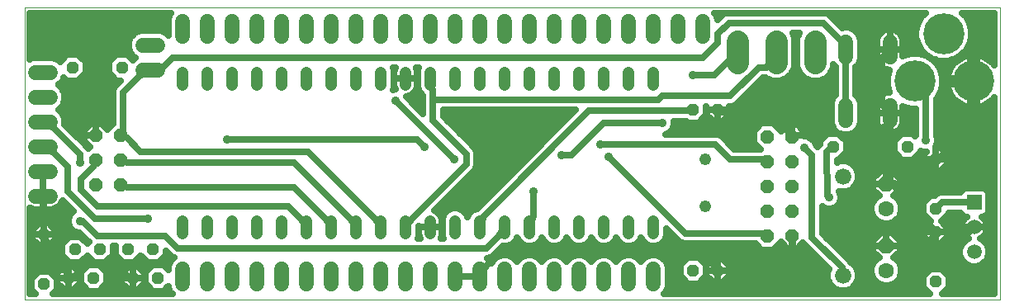
<source format=gbl>
G75*
G70*
%OFA0B0*%
%FSLAX24Y24*%
%IPPOS*%
%LPD*%
%AMOC8*
5,1,8,0,0,1.08239X$1,22.5*
%
%ADD10C,0.0000*%
%ADD11C,0.0480*%
%ADD12OC8,0.0480*%
%ADD13OC8,0.0540*%
%ADD14C,0.0600*%
%ADD15C,0.0480*%
%ADD16C,0.0660*%
%ADD17R,0.0591X0.0591*%
%ADD18C,0.0591*%
%ADD19OC8,0.0630*%
%ADD20C,0.0630*%
%ADD21C,0.0886*%
%ADD22C,0.1660*%
%ADD23C,0.0250*%
%ADD24C,0.0360*%
D10*
X001131Y001300D02*
X001131Y013111D01*
X040501Y013111D01*
X040501Y001300D01*
X001131Y001300D01*
D11*
X007525Y003985D02*
X007525Y004465D01*
X008525Y004465D02*
X008525Y003985D01*
X009525Y003985D02*
X009525Y004465D01*
X010525Y004465D02*
X010525Y003985D01*
X011525Y003985D02*
X011525Y004465D01*
X012525Y004465D02*
X012525Y003985D01*
X013525Y003985D02*
X013525Y004465D01*
X014525Y004465D02*
X014525Y003985D01*
X015525Y003985D02*
X015525Y004465D01*
X016525Y004465D02*
X016525Y003985D01*
X017525Y003985D02*
X017525Y004465D01*
X018525Y004465D02*
X018525Y003985D01*
X019525Y003985D02*
X019525Y004465D01*
X020525Y004465D02*
X020525Y003985D01*
X021525Y003985D02*
X021525Y004465D01*
X022525Y004465D02*
X022525Y003985D01*
X023525Y003985D02*
X023525Y004465D01*
X024525Y004465D02*
X024525Y003985D01*
X025525Y003985D02*
X025525Y004465D01*
X026525Y004465D02*
X026525Y003985D01*
X026525Y009985D02*
X026525Y010465D01*
X025525Y010465D02*
X025525Y009985D01*
X024525Y009985D02*
X024525Y010465D01*
X023525Y010465D02*
X023525Y009985D01*
X022525Y009985D02*
X022525Y010465D01*
X021525Y010465D02*
X021525Y009985D01*
X020525Y009985D02*
X020525Y010465D01*
X019525Y010465D02*
X019525Y009985D01*
X018525Y009985D02*
X018525Y010465D01*
X017525Y010465D02*
X017525Y009985D01*
X016525Y009985D02*
X016525Y010465D01*
X015525Y010465D02*
X015525Y009985D01*
X014525Y009985D02*
X014525Y010465D01*
X013525Y010465D02*
X013525Y009985D01*
X012525Y009985D02*
X012525Y010465D01*
X011525Y010465D02*
X011525Y009985D01*
X010525Y009985D02*
X010525Y010465D01*
X009525Y010465D02*
X009525Y009985D01*
X008525Y009985D02*
X008525Y010465D01*
X007525Y010465D02*
X007525Y009985D01*
D12*
X005075Y010675D03*
X003075Y010675D03*
X001925Y003925D03*
X003175Y003325D03*
X004175Y003325D03*
X005325Y003325D03*
X006325Y003325D03*
X006525Y002175D03*
X005525Y002175D03*
X003925Y002175D03*
X002925Y002175D03*
X001925Y001925D03*
X028125Y002475D03*
X029125Y002475D03*
X037925Y002025D03*
X037925Y004025D03*
X037925Y004975D03*
X037925Y006975D03*
X036775Y007475D03*
X033775Y007475D03*
X029125Y008975D03*
X028125Y008975D03*
D13*
X031125Y007875D03*
X032125Y007875D03*
X032125Y006875D03*
X031125Y006875D03*
X031125Y005875D03*
X032125Y005875D03*
X032125Y004875D03*
X031125Y004875D03*
X031125Y003875D03*
X032125Y003875D03*
X005025Y005925D03*
X004025Y005925D03*
X004025Y006925D03*
X005025Y006925D03*
X005025Y007925D03*
X004025Y007925D03*
D14*
X002175Y007475D02*
X001575Y007475D01*
X001575Y006475D02*
X002175Y006475D01*
X002175Y005475D02*
X001575Y005475D01*
X001575Y008475D02*
X002175Y008475D01*
X002175Y009475D02*
X001575Y009475D01*
X001575Y010475D02*
X002175Y010475D01*
X005925Y010575D02*
X006525Y010575D01*
X006525Y011575D02*
X005925Y011575D01*
X007525Y011925D02*
X007525Y012525D01*
X008525Y012525D02*
X008525Y011925D01*
X009525Y011925D02*
X009525Y012525D01*
X010525Y012525D02*
X010525Y011925D01*
X011525Y011925D02*
X011525Y012525D01*
X012525Y012525D02*
X012525Y011925D01*
X013525Y011925D02*
X013525Y012525D01*
X014525Y012525D02*
X014525Y011925D01*
X015525Y011925D02*
X015525Y012525D01*
X016525Y012525D02*
X016525Y011925D01*
X017525Y011925D02*
X017525Y012525D01*
X018525Y012525D02*
X018525Y011925D01*
X019525Y011925D02*
X019525Y012525D01*
X020525Y012525D02*
X020525Y011925D01*
X021525Y011925D02*
X021525Y012525D01*
X022525Y012525D02*
X022525Y011925D01*
X023525Y011925D02*
X023525Y012525D01*
X024525Y012525D02*
X024525Y011925D01*
X025525Y011925D02*
X025525Y012525D01*
X026525Y012525D02*
X026525Y011925D01*
X027525Y011925D02*
X027525Y012525D01*
X028525Y012525D02*
X028525Y011925D01*
X034285Y011705D02*
X034285Y011105D01*
X036065Y011105D02*
X036065Y011705D01*
X036065Y009145D02*
X036065Y008545D01*
X034285Y008545D02*
X034285Y009145D01*
X026525Y002525D02*
X026525Y001925D01*
X025525Y001925D02*
X025525Y002525D01*
X024525Y002525D02*
X024525Y001925D01*
X023525Y001925D02*
X023525Y002525D01*
X022525Y002525D02*
X022525Y001925D01*
X021525Y001925D02*
X021525Y002525D01*
X020525Y002525D02*
X020525Y001925D01*
X019525Y001925D02*
X019525Y002525D01*
X018525Y002525D02*
X018525Y001925D01*
X017525Y001925D02*
X017525Y002525D01*
X016525Y002525D02*
X016525Y001925D01*
X015525Y001925D02*
X015525Y002525D01*
X014525Y002525D02*
X014525Y001925D01*
X013525Y001925D02*
X013525Y002525D01*
X012525Y002525D02*
X012525Y001925D01*
X011525Y001925D02*
X011525Y002525D01*
X010525Y002525D02*
X010525Y001925D01*
X009525Y001925D02*
X009525Y002525D01*
X008525Y002525D02*
X008525Y001925D01*
X007525Y001925D02*
X007525Y002525D01*
D15*
X028625Y005075D03*
X028625Y006975D03*
D16*
X034175Y006275D03*
X034175Y002275D03*
D17*
X039475Y005225D03*
D18*
X039475Y004225D03*
X039475Y003225D03*
D19*
X035925Y003475D03*
X035925Y005975D03*
D20*
X035925Y004975D03*
X035925Y002475D03*
D21*
X033052Y010856D02*
X033052Y011742D01*
X031481Y011746D02*
X031481Y010860D01*
X029910Y010860D02*
X029910Y011746D01*
D22*
X037081Y010125D03*
X039444Y010125D03*
X038243Y012054D03*
D23*
X039312Y011737D02*
X040276Y011737D01*
X040276Y011985D02*
X039358Y011985D01*
X039358Y011907D02*
X039358Y012201D01*
X039282Y012484D01*
X039135Y012739D01*
X038988Y012886D01*
X040276Y012886D01*
X040276Y010773D01*
X040231Y010829D01*
X040148Y010913D01*
X040055Y010987D01*
X039955Y011050D01*
X039848Y011101D01*
X039736Y011140D01*
X039620Y011167D01*
X039569Y011173D01*
X039569Y010250D01*
X039319Y010250D01*
X039319Y011173D01*
X039267Y011167D01*
X039151Y011140D01*
X039039Y011101D01*
X038932Y011050D01*
X038832Y010987D01*
X038739Y010913D01*
X038656Y010829D01*
X038582Y010736D01*
X038519Y010636D01*
X038467Y010529D01*
X038428Y010418D01*
X038402Y010302D01*
X038396Y010250D01*
X039318Y010250D01*
X039318Y010000D01*
X038396Y010000D01*
X038402Y009948D01*
X038428Y009832D01*
X038467Y009721D01*
X038519Y009614D01*
X038582Y009514D01*
X038656Y009421D01*
X038739Y009337D01*
X038832Y009263D01*
X038932Y009200D01*
X039039Y009149D01*
X039151Y009110D01*
X039267Y009083D01*
X039319Y009077D01*
X039319Y010000D01*
X039569Y010000D01*
X039569Y009077D01*
X039620Y009083D01*
X039736Y009110D01*
X039848Y009149D01*
X039955Y009200D01*
X040055Y009263D01*
X040148Y009337D01*
X040231Y009421D01*
X040276Y009477D01*
X040276Y001525D01*
X038167Y001525D01*
X038450Y001808D01*
X038450Y002242D01*
X038142Y002550D01*
X037708Y002550D01*
X037400Y002242D01*
X037400Y001808D01*
X037683Y001525D01*
X026952Y001525D01*
X027021Y001594D01*
X027110Y001809D01*
X027110Y002641D01*
X027021Y002856D01*
X026856Y003021D01*
X026641Y003110D01*
X026409Y003110D01*
X026194Y003021D01*
X026029Y002856D01*
X026025Y002847D01*
X026021Y002856D01*
X025856Y003021D01*
X025641Y003110D01*
X025409Y003110D01*
X025194Y003021D01*
X025029Y002856D01*
X025025Y002847D01*
X025021Y002856D01*
X024856Y003021D01*
X024641Y003110D01*
X024409Y003110D01*
X024194Y003021D01*
X024029Y002856D01*
X024025Y002847D01*
X024021Y002856D01*
X023856Y003021D01*
X023641Y003110D01*
X023409Y003110D01*
X023194Y003021D01*
X023029Y002856D01*
X023025Y002847D01*
X023021Y002856D01*
X022856Y003021D01*
X022641Y003110D01*
X022409Y003110D01*
X022194Y003021D01*
X022029Y002856D01*
X022025Y002847D01*
X022021Y002856D01*
X021856Y003021D01*
X021641Y003110D01*
X021409Y003110D01*
X021194Y003021D01*
X021029Y002856D01*
X021025Y002847D01*
X021021Y002856D01*
X020856Y003021D01*
X020641Y003110D01*
X020409Y003110D01*
X020194Y003021D01*
X020029Y002856D01*
X019992Y002766D01*
X019974Y002800D01*
X019925Y002867D01*
X019867Y002925D01*
X019813Y002965D01*
X019857Y002965D01*
X020007Y003027D01*
X020440Y003460D01*
X020629Y003460D01*
X020822Y003540D01*
X020970Y003688D01*
X021025Y003820D01*
X021080Y003688D01*
X021228Y003540D01*
X021421Y003460D01*
X021629Y003460D01*
X021822Y003540D01*
X021970Y003688D01*
X022025Y003820D01*
X022080Y003688D01*
X022228Y003540D01*
X022421Y003460D01*
X022629Y003460D01*
X022822Y003540D01*
X022970Y003688D01*
X023025Y003820D01*
X023080Y003688D01*
X023228Y003540D01*
X023421Y003460D01*
X023629Y003460D01*
X023822Y003540D01*
X023970Y003688D01*
X024025Y003820D01*
X024080Y003688D01*
X024228Y003540D01*
X024421Y003460D01*
X024629Y003460D01*
X024822Y003540D01*
X024970Y003688D01*
X025025Y003820D01*
X025080Y003688D01*
X025228Y003540D01*
X025421Y003460D01*
X025629Y003460D01*
X025822Y003540D01*
X025970Y003688D01*
X026025Y003820D01*
X026080Y003688D01*
X026228Y003540D01*
X026421Y003460D01*
X026629Y003460D01*
X026822Y003540D01*
X026970Y003688D01*
X027050Y003881D01*
X027050Y004170D01*
X027593Y003627D01*
X027743Y003565D01*
X030650Y003565D01*
X030895Y003320D01*
X031355Y003320D01*
X031667Y003633D01*
X031920Y003380D01*
X032125Y003380D01*
X032330Y003380D01*
X032562Y003612D01*
X032577Y003574D01*
X032693Y003459D01*
X033617Y002534D01*
X033560Y002397D01*
X033560Y002153D01*
X033654Y001927D01*
X033827Y001754D01*
X034053Y001660D01*
X034297Y001660D01*
X034523Y001754D01*
X034696Y001927D01*
X034790Y002153D01*
X034790Y002397D01*
X034696Y002623D01*
X034523Y002796D01*
X034488Y002811D01*
X034479Y002832D01*
X034364Y002947D01*
X033335Y003976D01*
X033335Y005057D01*
X033362Y005031D01*
X033533Y004960D01*
X033717Y004960D01*
X033888Y005031D01*
X034019Y005162D01*
X034090Y005333D01*
X034090Y005517D01*
X034026Y005671D01*
X034053Y005660D01*
X034297Y005660D01*
X034523Y005754D01*
X034696Y005927D01*
X034790Y006153D01*
X034790Y006397D01*
X034696Y006623D01*
X034523Y006796D01*
X034297Y006890D01*
X034053Y006890D01*
X033937Y006842D01*
X033936Y006950D01*
X033992Y006950D01*
X034300Y007258D01*
X034300Y007692D01*
X033992Y008000D01*
X033558Y008000D01*
X033250Y007692D01*
X033250Y007580D01*
X033234Y007564D01*
X033177Y007507D01*
X033177Y007506D01*
X033161Y007469D01*
X033074Y007556D01*
X033019Y007688D01*
X032888Y007819D01*
X032717Y007890D01*
X032620Y007890D01*
X032620Y008080D01*
X032330Y008370D01*
X032125Y008370D01*
X032125Y007875D01*
X033150Y008100D01*
X033531Y008100D01*
X034206Y007925D01*
X035490Y007925D01*
X036065Y008500D01*
X036065Y008845D01*
X035731Y009179D01*
X035731Y011071D01*
X036065Y011405D01*
X036590Y011405D01*
X036590Y011746D01*
X036577Y011828D01*
X036552Y011907D01*
X036514Y011980D01*
X036465Y012047D01*
X036407Y012105D01*
X036340Y012154D01*
X036267Y012192D01*
X036188Y012217D01*
X036106Y012230D01*
X036065Y012230D01*
X036065Y011405D01*
X036065Y011405D01*
X036065Y011405D01*
X036590Y011405D01*
X036590Y011129D01*
X036651Y011164D01*
X036935Y011240D01*
X037228Y011240D01*
X037512Y011164D01*
X037766Y011017D01*
X037973Y010810D01*
X038120Y010555D01*
X038196Y010272D01*
X038196Y009978D01*
X038120Y009695D01*
X037973Y009440D01*
X037935Y009402D01*
X037935Y007950D01*
X037990Y007817D01*
X037990Y007633D01*
X037919Y007462D01*
X037898Y007440D01*
X037925Y007440D01*
X037925Y006975D01*
X038006Y006975D01*
X039431Y008400D01*
X039431Y010113D01*
X039444Y010125D01*
X039318Y010246D02*
X038196Y010246D01*
X038137Y010494D02*
X038455Y010494D01*
X038587Y010743D02*
X038012Y010743D01*
X038096Y010939D02*
X038389Y010939D01*
X038673Y011015D01*
X038927Y011162D01*
X039135Y011370D01*
X039282Y011624D01*
X039358Y011907D01*
X039349Y012234D02*
X040276Y012234D01*
X040276Y012482D02*
X039282Y012482D01*
X039139Y012731D02*
X040276Y012731D01*
X037498Y012886D02*
X037351Y012739D01*
X037204Y012484D01*
X037128Y012201D01*
X037128Y011907D01*
X037204Y011624D01*
X037351Y011370D01*
X037558Y011162D01*
X037812Y011015D01*
X038096Y010939D01*
X037901Y010991D02*
X037792Y010991D01*
X037480Y011240D02*
X037228Y011240D01*
X037282Y011488D02*
X036590Y011488D01*
X036590Y011240D02*
X036934Y011240D01*
X036065Y011405D02*
X036065Y012230D01*
X036024Y012230D01*
X035942Y012217D01*
X035863Y012192D01*
X035790Y012154D01*
X035723Y012105D01*
X035665Y012047D01*
X035616Y011980D01*
X035578Y011907D01*
X035553Y011828D01*
X035540Y011746D01*
X035540Y011405D01*
X036065Y011405D01*
X036065Y011405D01*
X035540Y011405D01*
X035540Y011064D01*
X035553Y010982D01*
X035578Y010903D01*
X035616Y010830D01*
X035665Y010763D01*
X035723Y010705D01*
X035790Y010656D01*
X035863Y010618D01*
X035942Y010593D01*
X036024Y010580D01*
X036057Y010580D01*
X036042Y010555D01*
X035966Y010272D01*
X035966Y009978D01*
X036042Y009695D01*
X036057Y009670D01*
X036024Y009670D01*
X035942Y009657D01*
X035863Y009632D01*
X035790Y009594D01*
X035723Y009545D01*
X035665Y009487D01*
X035616Y009420D01*
X035578Y009347D01*
X035553Y009268D01*
X035540Y009186D01*
X035540Y008845D01*
X036065Y008845D01*
X036590Y008845D01*
X036590Y009121D01*
X036651Y009086D01*
X036935Y009010D01*
X037115Y009010D01*
X037115Y007950D01*
X037094Y007899D01*
X036992Y008000D01*
X036558Y008000D01*
X036250Y007692D01*
X036250Y007258D01*
X036558Y006950D01*
X036992Y006950D01*
X037300Y007258D01*
X037300Y007315D01*
X037433Y007260D01*
X037552Y007260D01*
X037460Y007168D01*
X037460Y006975D01*
X037925Y006975D01*
X036925Y005975D01*
X036175Y005975D01*
X036175Y006005D01*
X036065Y006115D01*
X035925Y005975D01*
X036206Y005975D01*
X036231Y006000D01*
X035931Y006000D01*
X035925Y006021D02*
X035925Y006021D01*
X035925Y005975D02*
X035925Y006515D01*
X035925Y005975D01*
X035925Y005975D01*
X036465Y005975D01*
X036465Y006199D01*
X036149Y006515D01*
X035925Y006515D01*
X035701Y006515D01*
X035385Y006199D01*
X035385Y005975D01*
X035925Y005975D01*
X035925Y005975D01*
X035925Y005975D01*
X036465Y005975D01*
X036465Y005751D01*
X036217Y005503D01*
X036265Y005484D01*
X036434Y005315D01*
X036525Y005094D01*
X036525Y004856D01*
X036434Y004635D01*
X036265Y004466D01*
X036044Y004375D01*
X035806Y004375D01*
X035585Y004466D01*
X035416Y004635D01*
X035325Y004856D01*
X035325Y005094D01*
X035416Y005315D01*
X035585Y005484D01*
X035633Y005503D01*
X035385Y005751D01*
X035385Y005975D01*
X035925Y005975D01*
X036065Y006115D02*
X036065Y008500D01*
X036065Y008506D02*
X036065Y008506D01*
X036065Y008258D02*
X036065Y008258D01*
X036267Y008058D02*
X036340Y008096D01*
X036407Y008145D01*
X036465Y008203D01*
X036514Y008270D01*
X036552Y008343D01*
X036577Y008422D01*
X036590Y008504D01*
X036590Y008845D01*
X036065Y008845D01*
X036065Y008845D01*
X036065Y008020D01*
X036106Y008020D01*
X036188Y008033D01*
X036267Y008058D01*
X036065Y008020D02*
X036065Y008845D01*
X036065Y008845D01*
X036065Y008845D01*
X035540Y008845D01*
X035540Y008504D01*
X035553Y008422D01*
X035578Y008343D01*
X035616Y008270D01*
X035665Y008203D01*
X035723Y008145D01*
X035790Y008096D01*
X035863Y008058D01*
X035942Y008033D01*
X036024Y008020D01*
X036065Y008020D01*
X036318Y007761D02*
X034232Y007761D01*
X034169Y007960D02*
X034401Y007960D01*
X034616Y008049D01*
X034781Y008214D01*
X034870Y008429D01*
X034870Y009261D01*
X034781Y009476D01*
X034695Y009562D01*
X034695Y010688D01*
X034781Y010774D01*
X034870Y010989D01*
X034870Y011821D01*
X034781Y012036D01*
X034616Y012201D01*
X034401Y012290D01*
X034169Y012290D01*
X034148Y012282D01*
X033723Y012707D01*
X033607Y012823D01*
X033457Y012885D01*
X029493Y012885D01*
X029343Y012823D01*
X029110Y012590D01*
X029110Y012641D01*
X029021Y012856D01*
X028991Y012886D01*
X037498Y012886D01*
X037346Y012731D02*
X033699Y012731D01*
X033948Y012482D02*
X037203Y012482D01*
X037137Y012234D02*
X034537Y012234D01*
X034802Y011985D02*
X035620Y011985D01*
X036065Y011985D02*
X036065Y011985D01*
X036510Y011985D02*
X037128Y011985D01*
X037173Y011737D02*
X036590Y011737D01*
X036065Y011737D02*
X036065Y011737D01*
X036065Y011488D02*
X036065Y011488D01*
X035540Y011488D02*
X034870Y011488D01*
X034870Y011240D02*
X035540Y011240D01*
X035551Y010991D02*
X034870Y010991D01*
X034750Y010743D02*
X035685Y010743D01*
X036026Y010494D02*
X034695Y010494D01*
X034695Y010246D02*
X035966Y010246D01*
X035966Y009997D02*
X034695Y009997D01*
X033875Y009997D02*
X030677Y009997D01*
X030429Y009749D02*
X033875Y009749D01*
X033875Y009562D02*
X033789Y009476D01*
X033700Y009261D01*
X033700Y008429D01*
X033789Y008214D01*
X033954Y008049D01*
X034169Y007960D01*
X034050Y008009D02*
X032620Y008009D01*
X032442Y008258D02*
X033771Y008258D01*
X033700Y008506D02*
X028399Y008506D01*
X028342Y008450D02*
X028650Y008758D01*
X028650Y009115D01*
X028660Y009115D01*
X028660Y008975D01*
X029125Y008975D01*
X029275Y008875D01*
X031175Y008875D01*
X032075Y007975D01*
X032125Y007875D01*
X032125Y007875D01*
X032125Y008370D01*
X031920Y008370D01*
X031667Y008117D01*
X031355Y008430D01*
X030895Y008430D01*
X030570Y008105D01*
X030570Y007645D01*
X030830Y007385D01*
X029795Y007385D01*
X029373Y007807D01*
X029257Y007923D01*
X029107Y007985D01*
X027028Y007985D01*
X027138Y008031D01*
X027269Y008162D01*
X027340Y008333D01*
X027340Y008515D01*
X027843Y008515D01*
X027908Y008450D01*
X028342Y008450D01*
X028660Y008782D02*
X028932Y008510D01*
X029125Y008510D01*
X029318Y008510D01*
X029590Y008782D01*
X029590Y008975D01*
X029590Y009115D01*
X029707Y009115D01*
X029857Y009177D01*
X029973Y009293D01*
X030945Y010265D01*
X031038Y010265D01*
X031048Y010263D01*
X031069Y010243D01*
X031336Y010132D01*
X031626Y010132D01*
X031893Y010243D01*
X032098Y010448D01*
X032209Y010715D01*
X032209Y011891D01*
X032137Y012065D01*
X032398Y012065D01*
X032324Y011887D01*
X032324Y010711D01*
X032435Y010444D01*
X032639Y010239D01*
X032907Y010128D01*
X033197Y010128D01*
X033464Y010239D01*
X033669Y010444D01*
X033780Y010711D01*
X033780Y010796D01*
X033789Y010774D01*
X033875Y010688D01*
X033875Y009562D01*
X033813Y009500D02*
X030180Y009500D01*
X029973Y009293D02*
X029973Y009293D01*
X029932Y009252D02*
X033700Y009252D01*
X033700Y009003D02*
X029590Y009003D01*
X029590Y008975D02*
X029125Y008975D01*
X029125Y008975D01*
X029590Y008975D01*
X029562Y008755D02*
X033700Y008755D01*
X034285Y008845D02*
X034285Y011405D01*
X034225Y011765D01*
X034125Y011725D01*
X033375Y012475D01*
X029575Y012475D01*
X029125Y012025D01*
X029125Y011675D01*
X028525Y011075D01*
X007125Y011075D01*
X006775Y010725D01*
X006225Y010575D01*
X005775Y010325D01*
X005125Y009675D01*
X005125Y008175D01*
X005025Y007925D01*
X005275Y007825D01*
X005825Y007275D01*
X012575Y007275D01*
X015275Y004575D01*
X015525Y004225D01*
X016525Y004225D02*
X016775Y004575D01*
X018975Y006775D01*
X018975Y007175D01*
X017625Y008525D01*
X017625Y009375D01*
X026725Y009375D01*
X026875Y009525D01*
X029625Y009525D01*
X030775Y010675D01*
X031075Y010675D01*
X031481Y011303D01*
X032209Y011240D02*
X032324Y011240D01*
X032324Y011488D02*
X032209Y011488D01*
X032209Y011737D02*
X032324Y011737D01*
X032365Y011985D02*
X032170Y011985D01*
X029910Y011303D02*
X028982Y010375D01*
X028125Y010375D01*
X030926Y010246D02*
X031066Y010246D01*
X031896Y010246D02*
X032633Y010246D01*
X032414Y010494D02*
X032117Y010494D01*
X032209Y010743D02*
X032324Y010743D01*
X032324Y010991D02*
X032209Y010991D01*
X033780Y010743D02*
X033820Y010743D01*
X033875Y010494D02*
X033690Y010494D01*
X033875Y010246D02*
X033471Y010246D01*
X034695Y009749D02*
X036028Y009749D01*
X035678Y009500D02*
X034757Y009500D01*
X034870Y009252D02*
X035550Y009252D01*
X035540Y009003D02*
X034870Y009003D01*
X034870Y008755D02*
X035540Y008755D01*
X035540Y008506D02*
X034870Y008506D01*
X034799Y008258D02*
X035625Y008258D01*
X036505Y008258D02*
X037115Y008258D01*
X037115Y008506D02*
X036590Y008506D01*
X036590Y008755D02*
X037115Y008755D01*
X037115Y009003D02*
X036590Y009003D01*
X036065Y008755D02*
X036065Y008755D01*
X037935Y008755D02*
X040276Y008755D01*
X040276Y009003D02*
X037935Y009003D01*
X037935Y009252D02*
X038850Y009252D01*
X038592Y009500D02*
X038008Y009500D01*
X038135Y009749D02*
X038457Y009749D01*
X038396Y009997D02*
X038196Y009997D01*
X037525Y009681D02*
X037081Y010125D01*
X037525Y009681D02*
X037525Y007725D01*
X037990Y007761D02*
X040276Y007761D01*
X040276Y008009D02*
X037935Y008009D01*
X037935Y008258D02*
X040276Y008258D01*
X040276Y008506D02*
X037935Y008506D01*
X037115Y008009D02*
X034520Y008009D01*
X033318Y007761D02*
X032947Y007761D01*
X033118Y007512D02*
X033182Y007512D01*
X033177Y007507D02*
X033177Y007507D01*
X033525Y007275D02*
X033775Y007525D01*
X033775Y007475D01*
X033525Y007275D02*
X033531Y005500D01*
X033606Y005425D01*
X033625Y005425D01*
X034067Y005276D02*
X035400Y005276D01*
X035612Y005524D02*
X034087Y005524D01*
X034543Y005773D02*
X035385Y005773D01*
X035385Y006021D02*
X034736Y006021D01*
X034790Y006270D02*
X035456Y006270D01*
X035925Y006270D02*
X035925Y006270D01*
X036394Y006270D02*
X040276Y006270D01*
X040276Y006518D02*
X038126Y006518D01*
X038118Y006510D02*
X038390Y006782D01*
X038390Y006975D01*
X038390Y007168D01*
X038118Y007440D01*
X037925Y007440D01*
X037925Y006975D01*
X037925Y006975D01*
X038390Y006975D01*
X037925Y006975D01*
X037925Y006975D01*
X037925Y006510D01*
X038118Y006510D01*
X037925Y006510D02*
X037925Y006975D01*
X037925Y006975D01*
X037925Y006975D01*
X037460Y006975D01*
X037460Y006782D01*
X037732Y006510D01*
X037925Y006510D01*
X037925Y006518D02*
X037925Y006518D01*
X037724Y006518D02*
X034740Y006518D01*
X034553Y006767D02*
X037476Y006767D01*
X037925Y006767D02*
X037925Y006767D01*
X038374Y006767D02*
X040276Y006767D01*
X040276Y007015D02*
X038390Y007015D01*
X037925Y007015D02*
X037925Y007015D01*
X037460Y007015D02*
X037058Y007015D01*
X036492Y007015D02*
X034058Y007015D01*
X034300Y007264D02*
X036250Y007264D01*
X036250Y007512D02*
X034300Y007512D01*
X032925Y007125D02*
X032625Y007425D01*
X032925Y007125D02*
X032925Y003806D01*
X034131Y002600D01*
X034131Y002419D01*
X034175Y002275D01*
X033560Y002294D02*
X029590Y002294D01*
X029590Y002282D02*
X029590Y002475D01*
X029590Y002668D01*
X029318Y002940D01*
X029125Y002940D01*
X029125Y002475D01*
X031206Y002475D01*
X032131Y003400D01*
X032131Y003869D01*
X032125Y003875D01*
X032125Y003380D01*
X032125Y003875D01*
X032125Y003875D01*
X032125Y003785D02*
X032125Y003785D01*
X032125Y003536D02*
X032125Y003536D01*
X032131Y003400D02*
X033831Y001600D01*
X034531Y001600D01*
X034931Y002000D01*
X034931Y003000D01*
X035406Y003475D01*
X035925Y003475D01*
X037575Y003475D01*
X037925Y004025D01*
X036175Y005975D01*
X036465Y006021D02*
X040276Y006021D01*
X040276Y005773D02*
X039905Y005773D01*
X039932Y005762D02*
X039827Y005805D01*
X039123Y005805D01*
X039018Y005762D01*
X038938Y005682D01*
X038919Y005635D01*
X038093Y005635D01*
X037943Y005573D01*
X037870Y005500D01*
X037708Y005500D01*
X037400Y005192D01*
X037400Y004758D01*
X037700Y004458D01*
X037460Y004218D01*
X037460Y004025D01*
X037925Y004025D01*
X039275Y004025D01*
X039475Y004225D01*
X039995Y004225D01*
X039995Y004266D01*
X039982Y004347D01*
X039957Y004425D01*
X039920Y004498D01*
X039872Y004564D01*
X039814Y004622D01*
X039782Y004645D01*
X039827Y004645D01*
X039932Y004688D01*
X040012Y004768D01*
X040055Y004873D01*
X040055Y005577D01*
X040012Y005682D01*
X039932Y005762D01*
X040055Y005524D02*
X040276Y005524D01*
X040276Y005276D02*
X040055Y005276D01*
X039475Y005225D02*
X038175Y005225D01*
X037925Y004975D01*
X037400Y005027D02*
X036525Y005027D01*
X036493Y004779D02*
X037400Y004779D01*
X037627Y004530D02*
X036329Y004530D01*
X035521Y004530D02*
X033335Y004530D01*
X033335Y004282D02*
X037524Y004282D01*
X037460Y004033D02*
X033335Y004033D01*
X033526Y003785D02*
X035471Y003785D01*
X035385Y003699D02*
X035385Y003475D01*
X035925Y003475D01*
X035925Y003475D01*
X035925Y004015D01*
X036149Y004015D01*
X036465Y003699D01*
X036465Y003475D01*
X035925Y003475D01*
X035925Y003475D01*
X035925Y003475D01*
X035925Y004015D01*
X035701Y004015D01*
X035385Y003699D01*
X035925Y003785D02*
X035925Y003785D01*
X036379Y003785D02*
X037508Y003785D01*
X037460Y003832D02*
X037732Y003560D01*
X037925Y003560D01*
X038118Y003560D01*
X038390Y003832D01*
X038390Y004025D01*
X038390Y004218D01*
X038150Y004458D01*
X038450Y004758D01*
X038450Y004815D01*
X038919Y004815D01*
X038938Y004768D01*
X039018Y004688D01*
X039123Y004645D01*
X039168Y004645D01*
X039136Y004622D01*
X039078Y004564D01*
X039030Y004498D01*
X038993Y004425D01*
X038968Y004347D01*
X038955Y004266D01*
X038955Y004225D01*
X038955Y004184D01*
X038968Y004103D01*
X038993Y004025D01*
X039030Y003952D01*
X039078Y003886D01*
X039136Y003828D01*
X039202Y003780D01*
X039245Y003758D01*
X039146Y003717D01*
X038983Y003554D01*
X038895Y003340D01*
X038895Y003110D01*
X038983Y002896D01*
X039146Y002733D01*
X039360Y002645D01*
X039590Y002645D01*
X039804Y002733D01*
X039967Y002896D01*
X040055Y003110D01*
X040055Y003340D01*
X039967Y003554D01*
X039804Y003717D01*
X039705Y003758D01*
X039748Y003780D01*
X039814Y003828D01*
X039872Y003886D01*
X039920Y003952D01*
X039957Y004025D01*
X039982Y004103D01*
X039995Y004184D01*
X039995Y004225D01*
X039475Y004225D01*
X039475Y004225D01*
X039475Y004225D01*
X038955Y004225D01*
X039475Y004225D01*
X039993Y004282D02*
X040276Y004282D01*
X040276Y004530D02*
X039896Y004530D01*
X040016Y004779D02*
X040276Y004779D01*
X040276Y005027D02*
X040055Y005027D01*
X038934Y004779D02*
X038450Y004779D01*
X038223Y004530D02*
X039054Y004530D01*
X038957Y004282D02*
X038326Y004282D01*
X038390Y004033D02*
X038990Y004033D01*
X038390Y004025D02*
X037925Y004025D01*
X037925Y004025D01*
X038390Y004025D01*
X037925Y004025D02*
X037925Y003560D01*
X037925Y004025D01*
X037925Y004025D01*
X037925Y004025D01*
X037460Y004025D01*
X037460Y003832D01*
X037925Y003785D02*
X037925Y003785D01*
X038342Y003785D02*
X039196Y003785D01*
X039754Y003785D02*
X040276Y003785D01*
X040276Y004033D02*
X039960Y004033D01*
X039974Y003536D02*
X040276Y003536D01*
X040276Y003288D02*
X040055Y003288D01*
X040026Y003039D02*
X040276Y003039D01*
X040276Y002791D02*
X039861Y002791D01*
X040276Y002542D02*
X038150Y002542D01*
X038399Y002294D02*
X040276Y002294D01*
X040276Y002045D02*
X038450Y002045D01*
X038439Y001797D02*
X040276Y001797D01*
X040276Y001548D02*
X038191Y001548D01*
X037659Y001548D02*
X026976Y001548D01*
X027105Y001797D02*
X033783Y001797D01*
X033604Y002045D02*
X029353Y002045D01*
X029318Y002010D02*
X029590Y002282D01*
X029590Y002475D02*
X029125Y002475D01*
X029075Y002575D01*
X028525Y003125D01*
X020225Y003125D01*
X019775Y002675D01*
X019525Y002225D01*
X018525Y002225D01*
X019525Y002225D01*
X019525Y002225D01*
X019000Y002225D01*
X018525Y002225D01*
X018525Y002225D01*
X019979Y002791D02*
X020002Y002791D01*
X020019Y003039D02*
X020238Y003039D01*
X020812Y003039D02*
X021238Y003039D01*
X021812Y003039D02*
X022238Y003039D01*
X022812Y003039D02*
X023238Y003039D01*
X023812Y003039D02*
X024238Y003039D01*
X024812Y003039D02*
X025238Y003039D01*
X025812Y003039D02*
X026238Y003039D01*
X026812Y003039D02*
X033112Y003039D01*
X033360Y002791D02*
X029467Y002791D01*
X029125Y002791D02*
X029125Y002791D01*
X029125Y002940D02*
X028932Y002940D01*
X028660Y002668D01*
X028660Y002475D01*
X029125Y002475D01*
X029590Y002475D01*
X029590Y002542D02*
X033609Y002542D01*
X034529Y002791D02*
X035406Y002791D01*
X035416Y002815D02*
X035325Y002594D01*
X035325Y002356D01*
X035416Y002135D01*
X035585Y001966D01*
X035806Y001875D01*
X036044Y001875D01*
X036265Y001966D01*
X036434Y002135D01*
X036525Y002356D01*
X036525Y002594D01*
X036434Y002815D01*
X036265Y002984D01*
X036217Y003003D01*
X036465Y003251D01*
X036465Y003475D01*
X035925Y003475D01*
X035385Y003475D01*
X035385Y003251D01*
X035633Y003003D01*
X035585Y002984D01*
X035416Y002815D01*
X035325Y002542D02*
X034730Y002542D01*
X034790Y002294D02*
X035351Y002294D01*
X035506Y002045D02*
X034746Y002045D01*
X034567Y001797D02*
X037411Y001797D01*
X037400Y002045D02*
X036344Y002045D01*
X036499Y002294D02*
X037451Y002294D01*
X037700Y002542D02*
X036525Y002542D01*
X036444Y002791D02*
X039089Y002791D01*
X038924Y003039D02*
X036253Y003039D01*
X035597Y003039D02*
X034272Y003039D01*
X034023Y003288D02*
X035385Y003288D01*
X035385Y003536D02*
X033775Y003536D01*
X032863Y003288D02*
X020268Y003288D01*
X019775Y003375D02*
X020275Y003875D01*
X020525Y004225D01*
X019675Y004675D02*
X019525Y004225D01*
X019675Y004675D02*
X023925Y008925D01*
X027975Y008925D01*
X028125Y008975D01*
X028650Y009003D02*
X028660Y009003D01*
X028660Y008975D02*
X028660Y008782D01*
X028647Y008755D02*
X028688Y008755D01*
X029125Y008755D02*
X029125Y008755D01*
X029125Y008975D02*
X029125Y008510D01*
X029125Y008975D01*
X029125Y008975D01*
X029125Y008975D01*
X028660Y008975D01*
X027851Y008506D02*
X027340Y008506D01*
X027309Y008258D02*
X030723Y008258D01*
X030570Y008009D02*
X027087Y008009D01*
X026875Y008425D02*
X024525Y008425D01*
X023225Y007125D01*
X022825Y007125D01*
X021932Y007512D02*
X019218Y007512D01*
X019207Y007523D02*
X018035Y008695D01*
X018035Y008965D01*
X023385Y008965D01*
X019432Y005012D01*
X019419Y005005D01*
X019397Y004980D01*
X019228Y004910D01*
X019080Y004762D01*
X019025Y004630D01*
X018970Y004762D01*
X018822Y004910D01*
X018629Y004990D01*
X018421Y004990D01*
X018228Y004910D01*
X018080Y004762D01*
X018000Y004569D01*
X018000Y003881D01*
X018040Y003785D01*
X017945Y003785D01*
X017956Y003807D01*
X017979Y003876D01*
X017990Y003948D01*
X017990Y004225D01*
X017990Y004502D01*
X017979Y004574D01*
X017956Y004643D01*
X017923Y004709D01*
X017880Y004768D01*
X017828Y004820D01*
X017769Y004863D01*
X017703Y004896D01*
X017683Y004903D01*
X019323Y006543D01*
X019385Y006693D01*
X019385Y007257D01*
X019323Y007407D01*
X019207Y007523D01*
X019382Y007264D02*
X021684Y007264D01*
X021435Y007015D02*
X019385Y007015D01*
X019385Y006767D02*
X021187Y006767D01*
X020938Y006518D02*
X019298Y006518D01*
X019050Y006270D02*
X020690Y006270D01*
X020441Y006021D02*
X018801Y006021D01*
X018553Y005773D02*
X020193Y005773D01*
X019944Y005524D02*
X018304Y005524D01*
X018056Y005276D02*
X019696Y005276D01*
X019447Y005027D02*
X017807Y005027D01*
X017869Y004779D02*
X018096Y004779D01*
X018000Y004530D02*
X017985Y004530D01*
X017990Y004282D02*
X018000Y004282D01*
X017990Y004225D02*
X017525Y004225D01*
X017525Y004225D01*
X017990Y004225D01*
X017990Y004033D02*
X018000Y004033D01*
X017525Y004225D02*
X017060Y004225D01*
X017525Y004225D01*
X017525Y004225D01*
X017060Y004225D02*
X017060Y004269D01*
X017050Y004255D01*
X017050Y003881D01*
X017010Y003785D01*
X017105Y003785D01*
X017094Y003807D01*
X017071Y003876D01*
X017060Y003948D01*
X017060Y004225D01*
X017050Y004033D02*
X017060Y004033D01*
X018954Y004779D02*
X019096Y004779D01*
X021525Y004225D02*
X021675Y004675D01*
X021675Y005675D01*
X024725Y007075D02*
X027825Y003975D01*
X031075Y003975D01*
X031125Y003875D01*
X031571Y003536D02*
X031764Y003536D01*
X032486Y003536D02*
X032615Y003536D01*
X030679Y003536D02*
X026814Y003536D01*
X026236Y003536D02*
X025814Y003536D01*
X026010Y003785D02*
X026040Y003785D01*
X025236Y003536D02*
X024814Y003536D01*
X024236Y003536D02*
X023814Y003536D01*
X023236Y003536D02*
X022814Y003536D01*
X023010Y003785D02*
X023040Y003785D01*
X022236Y003536D02*
X021814Y003536D01*
X021236Y003536D02*
X020814Y003536D01*
X021010Y003785D02*
X021040Y003785D01*
X022010Y003785D02*
X022040Y003785D01*
X024010Y003785D02*
X024040Y003785D01*
X025010Y003785D02*
X025040Y003785D01*
X027010Y003785D02*
X027435Y003785D01*
X027187Y004033D02*
X027050Y004033D01*
X027908Y003000D02*
X027600Y002692D01*
X027600Y002258D01*
X027908Y001950D01*
X028342Y001950D01*
X028650Y002258D01*
X028650Y002692D01*
X028342Y003000D01*
X027908Y003000D01*
X027698Y002791D02*
X027048Y002791D01*
X027110Y002542D02*
X027600Y002542D01*
X027600Y002294D02*
X027110Y002294D01*
X027110Y002045D02*
X027812Y002045D01*
X028438Y002045D02*
X028897Y002045D01*
X028932Y002010D02*
X029125Y002010D01*
X029318Y002010D01*
X029125Y002010D02*
X029125Y002475D01*
X029125Y002475D01*
X029125Y002475D01*
X029125Y002475D01*
X029125Y002475D01*
X029125Y002940D01*
X028783Y002791D02*
X028552Y002791D01*
X028650Y002542D02*
X028660Y002542D01*
X028660Y002475D02*
X028660Y002282D01*
X028932Y002010D01*
X029125Y002010D02*
X029125Y002475D01*
X028660Y002475D01*
X028650Y002294D02*
X028660Y002294D01*
X029125Y002294D02*
X029125Y002294D01*
X029125Y002542D02*
X029125Y002542D01*
X029125Y002045D02*
X029125Y002045D01*
X035925Y003536D02*
X035925Y003536D01*
X036465Y003536D02*
X038976Y003536D01*
X038895Y003288D02*
X036465Y003288D01*
X035357Y004779D02*
X033335Y004779D01*
X033335Y005027D02*
X033370Y005027D01*
X033880Y005027D02*
X035325Y005027D01*
X036238Y005524D02*
X037894Y005524D01*
X037483Y005276D02*
X036450Y005276D01*
X036465Y005773D02*
X039045Y005773D01*
X038294Y007264D02*
X040276Y007264D01*
X040276Y007512D02*
X037940Y007512D01*
X037925Y007264D02*
X037925Y007264D01*
X037423Y007264D02*
X037300Y007264D01*
X032125Y008009D02*
X032125Y008009D01*
X032125Y008258D02*
X032125Y008258D01*
X031808Y008258D02*
X031527Y008258D01*
X030570Y007761D02*
X029419Y007761D01*
X029025Y007575D02*
X024375Y007575D01*
X022429Y008009D02*
X018721Y008009D01*
X018969Y007761D02*
X022181Y007761D01*
X022678Y008258D02*
X018472Y008258D01*
X018224Y008506D02*
X022926Y008506D01*
X023175Y008755D02*
X018035Y008755D01*
X017215Y008815D02*
X016574Y009456D01*
X016548Y009520D01*
X016562Y009520D01*
X016634Y009531D01*
X016703Y009554D01*
X016769Y009587D01*
X016828Y009630D01*
X016880Y009682D01*
X016923Y009741D01*
X016956Y009807D01*
X016979Y009876D01*
X016990Y009948D01*
X016990Y010225D01*
X016990Y010502D01*
X016979Y010574D01*
X016956Y010643D01*
X016945Y010665D01*
X017040Y010665D01*
X017000Y010569D01*
X017000Y009881D01*
X017080Y009688D01*
X017215Y009553D01*
X017215Y008815D01*
X017215Y009003D02*
X017027Y009003D01*
X017215Y009252D02*
X016778Y009252D01*
X016556Y009500D02*
X017215Y009500D01*
X017625Y009375D02*
X017625Y009725D01*
X017525Y010225D01*
X017000Y010246D02*
X016990Y010246D01*
X016990Y010225D02*
X016525Y010225D01*
X016525Y010225D01*
X016525Y010225D01*
X016060Y010225D01*
X016060Y010502D01*
X016071Y010574D01*
X016094Y010643D01*
X016105Y010665D01*
X016010Y010665D01*
X016050Y010569D01*
X016050Y009881D01*
X016008Y009780D01*
X016033Y009790D01*
X016102Y009790D01*
X016094Y009807D01*
X016071Y009876D01*
X016060Y009948D01*
X016060Y010225D01*
X016525Y010225D01*
X016990Y010225D01*
X016990Y010494D02*
X017000Y010494D01*
X016060Y010494D02*
X016050Y010494D01*
X016050Y010246D02*
X016060Y010246D01*
X016050Y009997D02*
X016060Y009997D01*
X016927Y009749D02*
X017055Y009749D01*
X017000Y009997D02*
X016990Y009997D01*
X016125Y009325D02*
X018475Y006975D01*
X017275Y007475D02*
X016975Y007775D01*
X009325Y007775D01*
X012025Y006825D02*
X014275Y004575D01*
X014525Y004225D01*
X013525Y004225D02*
X013275Y004575D01*
X012025Y005825D01*
X005275Y005825D01*
X005025Y005925D01*
X004075Y005075D02*
X003425Y005725D01*
X003425Y006175D01*
X003925Y006675D01*
X004025Y006925D01*
X003375Y006825D02*
X003375Y007175D01*
X002325Y008225D01*
X001875Y008475D01*
X002671Y008806D02*
X002760Y008591D01*
X002760Y008370D01*
X003607Y007523D01*
X003722Y007407D01*
X003783Y007467D01*
X003530Y007720D01*
X003530Y007925D01*
X004025Y007925D01*
X004025Y007925D01*
X004025Y008420D01*
X004230Y008420D01*
X004483Y008167D01*
X004715Y008400D01*
X004715Y009757D01*
X004777Y009907D01*
X005020Y010150D01*
X004858Y010150D01*
X004550Y010458D01*
X004550Y010892D01*
X004858Y011200D01*
X005292Y011200D01*
X005508Y010985D01*
X005594Y011071D01*
X005603Y011075D01*
X005594Y011079D01*
X005429Y011244D01*
X005340Y011459D01*
X005340Y011691D01*
X005429Y011906D01*
X005594Y012071D01*
X005809Y012160D01*
X006641Y012160D01*
X006856Y012071D01*
X006940Y011987D01*
X006940Y012641D01*
X007029Y012856D01*
X007059Y012886D01*
X001356Y012886D01*
X001356Y011018D01*
X001459Y011060D01*
X002291Y011060D01*
X002506Y010971D01*
X002567Y010910D01*
X002858Y011200D01*
X003292Y011200D01*
X003600Y010892D01*
X003600Y010458D01*
X003292Y010150D01*
X002858Y010150D01*
X002727Y010280D01*
X002671Y010144D01*
X002506Y009979D01*
X002497Y009975D01*
X002506Y009971D01*
X002671Y009806D01*
X002760Y009591D01*
X002760Y009359D01*
X002671Y009144D01*
X002506Y008979D01*
X002497Y008975D01*
X002506Y008971D01*
X002671Y008806D01*
X002692Y008755D02*
X004715Y008755D01*
X004715Y009003D02*
X002531Y009003D01*
X002716Y009252D02*
X004715Y009252D01*
X004715Y009500D02*
X002760Y009500D01*
X002695Y009749D02*
X004715Y009749D01*
X004867Y009997D02*
X002525Y009997D01*
X002713Y010246D02*
X002762Y010246D01*
X003388Y010246D02*
X004762Y010246D01*
X004550Y010494D02*
X003600Y010494D01*
X003600Y010743D02*
X004550Y010743D01*
X004649Y010991D02*
X003501Y010991D01*
X002649Y010991D02*
X002457Y010991D01*
X001356Y011240D02*
X005433Y011240D01*
X005340Y011488D02*
X001356Y011488D01*
X001356Y011737D02*
X005359Y011737D01*
X005508Y011985D02*
X001356Y011985D01*
X001356Y012234D02*
X006940Y012234D01*
X006940Y012482D02*
X001356Y012482D01*
X001356Y012731D02*
X006977Y012731D01*
X005514Y010991D02*
X005501Y010991D01*
X004715Y008506D02*
X002760Y008506D01*
X002872Y008258D02*
X003658Y008258D01*
X003530Y008130D02*
X003530Y007925D01*
X004025Y007925D01*
X004025Y007925D01*
X004025Y008420D01*
X003820Y008420D01*
X003530Y008130D01*
X003530Y008009D02*
X003121Y008009D01*
X003369Y007761D02*
X003530Y007761D01*
X003618Y007512D02*
X003738Y007512D01*
X002875Y006675D02*
X002325Y007225D01*
X001875Y007475D01*
X002875Y006675D02*
X002875Y005675D01*
X003975Y004575D01*
X006125Y004575D01*
X006825Y003875D02*
X004075Y003875D01*
X003475Y004475D01*
X003375Y004475D01*
X002952Y004282D02*
X002226Y004282D01*
X002118Y004390D02*
X001925Y004390D01*
X001925Y003925D01*
X002025Y003675D01*
X002825Y002875D01*
X002825Y002425D01*
X002925Y002175D01*
X003175Y002275D01*
X003625Y002725D01*
X004175Y002725D01*
X004625Y002275D01*
X005275Y002275D01*
X005525Y002175D01*
X005990Y002175D01*
X005990Y002368D01*
X005718Y002640D01*
X005525Y002640D01*
X005525Y002175D01*
X005525Y002175D01*
X005525Y002175D01*
X005990Y002175D01*
X005990Y001982D01*
X005718Y001710D01*
X005525Y001710D01*
X005525Y002175D01*
X005525Y002175D01*
X005525Y002175D01*
X005060Y002175D01*
X005060Y002368D01*
X005332Y002640D01*
X005525Y002640D01*
X005525Y002175D01*
X005525Y001710D01*
X005332Y001710D01*
X005060Y001982D01*
X005060Y002175D01*
X005525Y002175D01*
X005525Y002294D02*
X005525Y002294D01*
X005525Y002542D02*
X005525Y002542D01*
X005815Y002542D02*
X006150Y002542D01*
X006000Y002392D02*
X006000Y001958D01*
X006308Y001650D01*
X006742Y001650D01*
X006940Y001848D01*
X006940Y001809D01*
X007029Y001594D01*
X007098Y001525D01*
X002267Y001525D01*
X002450Y001708D01*
X002450Y002142D01*
X002142Y002450D01*
X001708Y002450D01*
X001400Y002142D01*
X001400Y001708D01*
X001583Y001525D01*
X001356Y001525D01*
X001356Y004997D01*
X001373Y004988D01*
X001452Y004963D01*
X001534Y004950D01*
X001875Y004950D01*
X002216Y004950D01*
X002298Y004963D01*
X002377Y004988D01*
X002450Y005026D01*
X002517Y005075D01*
X002575Y005133D01*
X002624Y005200D01*
X002662Y005273D01*
X002670Y005300D01*
X003106Y004864D01*
X002981Y004738D01*
X002910Y004567D01*
X002910Y004383D01*
X002981Y004212D01*
X003112Y004081D01*
X003283Y004010D01*
X003360Y004010D01*
X003727Y003643D01*
X003739Y003631D01*
X003675Y003567D01*
X003392Y003850D01*
X002958Y003850D01*
X002650Y003542D01*
X002650Y003108D01*
X002958Y002800D01*
X003392Y002800D01*
X003675Y003083D01*
X003958Y002800D01*
X004392Y002800D01*
X004700Y003108D01*
X004700Y003465D01*
X004800Y003465D01*
X004800Y003108D01*
X005108Y002800D01*
X005542Y002800D01*
X005825Y003083D01*
X006108Y002800D01*
X006542Y002800D01*
X006850Y003108D01*
X006850Y003270D01*
X006977Y003143D01*
X007093Y003027D01*
X007169Y002996D01*
X007029Y002856D01*
X006940Y002641D01*
X006940Y002502D01*
X006742Y002700D01*
X006308Y002700D01*
X006000Y002392D01*
X005990Y002294D02*
X006000Y002294D01*
X005990Y002045D02*
X006000Y002045D01*
X006161Y001797D02*
X005804Y001797D01*
X005525Y001797D02*
X005525Y001797D01*
X005246Y001797D02*
X004289Y001797D01*
X004142Y001650D02*
X004450Y001958D01*
X004450Y002392D01*
X004142Y002700D01*
X003708Y002700D01*
X003400Y002392D01*
X003400Y001958D01*
X003708Y001650D01*
X004142Y001650D01*
X003561Y001797D02*
X003204Y001797D01*
X003118Y001710D02*
X003390Y001982D01*
X003390Y002175D01*
X003390Y002368D01*
X003118Y002640D01*
X002925Y002640D01*
X002925Y002175D01*
X003390Y002175D01*
X002925Y002175D01*
X002925Y002175D01*
X002925Y002175D01*
X002925Y001710D01*
X003118Y001710D01*
X002925Y001710D02*
X002925Y002175D01*
X002925Y002175D01*
X002925Y002175D01*
X002460Y002175D01*
X002460Y002368D01*
X002732Y002640D01*
X002925Y002640D01*
X002925Y002175D01*
X002460Y002175D01*
X002460Y001982D01*
X002732Y001710D01*
X002925Y001710D01*
X002925Y001797D02*
X002925Y001797D01*
X002646Y001797D02*
X002450Y001797D01*
X002450Y002045D02*
X002460Y002045D01*
X002925Y002045D02*
X002925Y002045D01*
X003390Y002045D02*
X003400Y002045D01*
X003390Y002294D02*
X003400Y002294D01*
X003550Y002542D02*
X003215Y002542D01*
X002925Y002542D02*
X002925Y002542D01*
X002925Y002294D02*
X002925Y002294D01*
X002635Y002542D02*
X001356Y002542D01*
X001356Y002294D02*
X001551Y002294D01*
X001400Y002045D02*
X001356Y002045D01*
X001356Y001797D02*
X001400Y001797D01*
X001356Y001548D02*
X001559Y001548D01*
X002291Y001548D02*
X007074Y001548D01*
X006945Y001797D02*
X006889Y001797D01*
X005525Y002045D02*
X005525Y002045D01*
X005060Y002045D02*
X004450Y002045D01*
X004450Y002294D02*
X005060Y002294D01*
X005235Y002542D02*
X004300Y002542D01*
X004632Y003039D02*
X004868Y003039D01*
X004800Y003288D02*
X004700Y003288D01*
X003718Y003039D02*
X003632Y003039D01*
X002718Y003039D02*
X001356Y003039D01*
X001356Y002791D02*
X007002Y002791D01*
X006940Y002542D02*
X006900Y002542D01*
X006782Y003039D02*
X007081Y003039D01*
X007325Y003375D02*
X019775Y003375D01*
X012525Y004225D02*
X012275Y004575D01*
X011775Y005075D01*
X004075Y005075D01*
X003021Y004779D02*
X001356Y004779D01*
X001875Y004950D02*
X001875Y005475D01*
X001875Y006475D01*
X001875Y006000D01*
X001875Y005475D01*
X001925Y005225D01*
X001925Y003925D01*
X001925Y003925D01*
X002390Y003925D01*
X002390Y004118D01*
X002118Y004390D01*
X001925Y004390D02*
X001732Y004390D01*
X001460Y004118D01*
X001460Y003925D01*
X001925Y003925D01*
X001925Y003925D01*
X001925Y003925D01*
X001925Y004390D01*
X001925Y004282D02*
X001925Y004282D01*
X001624Y004282D02*
X001356Y004282D01*
X001356Y004530D02*
X002910Y004530D01*
X003226Y004033D02*
X002390Y004033D01*
X002390Y003925D02*
X001925Y003925D01*
X001925Y003460D01*
X002118Y003460D01*
X002390Y003732D01*
X002390Y003925D01*
X002390Y003785D02*
X002892Y003785D01*
X002650Y003536D02*
X002194Y003536D01*
X001925Y003536D02*
X001925Y003536D01*
X001925Y003460D02*
X001925Y003925D01*
X001925Y003925D01*
X001460Y003925D01*
X001460Y003732D01*
X001732Y003460D01*
X001925Y003460D01*
X001656Y003536D02*
X001356Y003536D01*
X001356Y003288D02*
X002650Y003288D01*
X001925Y003785D02*
X001925Y003785D01*
X001460Y003785D02*
X001356Y003785D01*
X001356Y004033D02*
X001460Y004033D01*
X001925Y004033D02*
X001925Y004033D01*
X003458Y003785D02*
X003585Y003785D01*
X005782Y003039D02*
X005868Y003039D01*
X006825Y003875D02*
X007325Y003375D01*
X002943Y005027D02*
X002452Y005027D01*
X001875Y005027D02*
X001875Y005027D01*
X001875Y004950D02*
X001875Y005475D01*
X001875Y005475D01*
X001875Y005475D01*
X001875Y006475D01*
X001875Y006475D01*
X001875Y006270D02*
X001875Y006270D01*
X001875Y006021D02*
X001875Y006021D01*
X001875Y005773D02*
X001875Y005773D01*
X001875Y005524D02*
X001875Y005524D01*
X001875Y005276D02*
X001875Y005276D01*
X002662Y005276D02*
X002694Y005276D01*
X005025Y006925D02*
X005275Y006825D01*
X012025Y006825D01*
X004573Y008258D02*
X004392Y008258D01*
X004025Y008258D02*
X004025Y008258D01*
X004025Y008009D02*
X004025Y008009D01*
X002460Y002294D02*
X002299Y002294D01*
X029025Y007575D02*
X029625Y006975D01*
X031075Y006975D01*
X031125Y006875D01*
X030703Y007512D02*
X029668Y007512D01*
X039319Y009252D02*
X039569Y009252D01*
X039569Y009500D02*
X039319Y009500D01*
X039319Y009749D02*
X039569Y009749D01*
X039569Y009997D02*
X039319Y009997D01*
X039319Y010494D02*
X039569Y010494D01*
X039569Y010743D02*
X039319Y010743D01*
X039319Y010991D02*
X039569Y010991D01*
X040048Y010991D02*
X040276Y010991D01*
X040276Y011240D02*
X039005Y011240D01*
X039203Y011488D02*
X040276Y011488D01*
X038839Y010991D02*
X038584Y010991D01*
X035540Y011737D02*
X034870Y011737D01*
X029251Y012731D02*
X029073Y012731D01*
X040037Y009252D02*
X040276Y009252D01*
D24*
X037525Y007725D03*
X032625Y007425D03*
X033625Y005425D03*
X026875Y008425D03*
X024375Y007575D03*
X022825Y007125D03*
X024725Y007075D03*
X021675Y005675D03*
X018475Y006975D03*
X017275Y007475D03*
X016125Y009325D03*
X009325Y007775D03*
X003375Y006825D03*
X006125Y004575D03*
X003375Y004475D03*
X028125Y010375D03*
M02*

</source>
